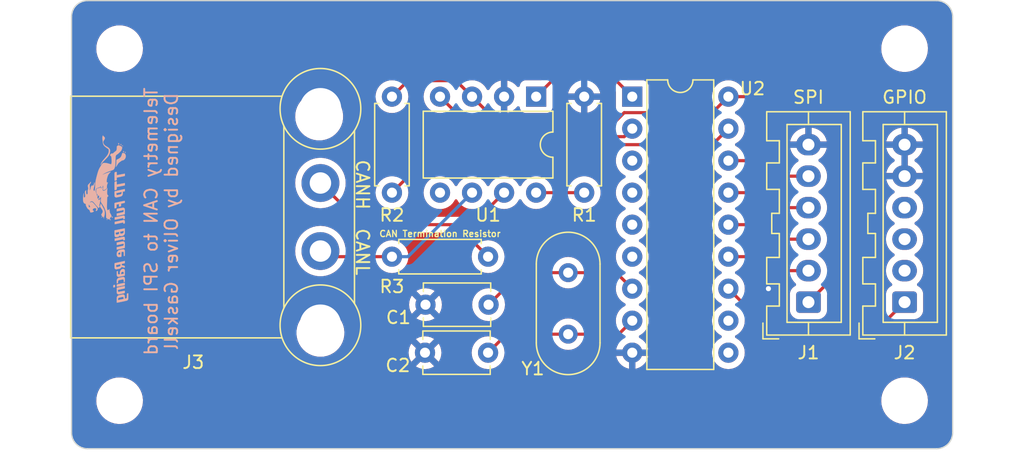
<source format=kicad_pcb>
(kicad_pcb (version 20221018) (generator pcbnew)
  (layers (0 "F.Cu" signal) (31 "B.Cu" signal) (34 "B.Paste" user) (35 "F.Paste" user) (36 "B.SilkS" user "B.Silkscreen") (37 "F.SilkS" user "F.Silkscreen") (38 "B.Mask" user) (39 "F.Mask" user) (44 "Edge.Cuts" user))
  (net 0 "")
  (net 1 "GND")
  (net 2 "Net-(U2-OSC2)")
  (net 3 "Net-(U2-OSC1)")
  (net 4 "+5V")
  (net 5 "/SPI_SCK")
  (net 6 "/SPI_MOSI")
  (net 7 "/SPI_MISO")
  (net 8 "/SPI_CS")
  (net 9 "/INT")
  (net 13 "/CANH")
  (net 14 "/CANL")
  (net 15 "Net-(U1-Rs)")
  (net 16 "Net-(U2-~{RESET})")
  (net 17 "Net-(U1-TXD)")
  (net 18 "Net-(U1-RXD)")
  (footprint "MountingHole:MountingHole_3.2mm_M3" (layer "F.Cu") (at 123.19 106.68)
    (fp_text reference "MNT4" hide)
    (fp_text value "MountingHole_3.2mm_M3")
    (pad "" np_thru_hole circle (at 0 0) (size 3.2 3.2) (drill 3.2) (layers "F&B.Cu" "*.Mask"))
  )
  (footprint "Resistor_THT:R_Axial_DIN0207_L6.3mm_D2.5mm_P7.62mm_Horizontal" (layer "F.Cu") (at 160.02 90.17 90)
    (fp_text reference "R1" (at -1.778 0 180) (layer "F.SilkS"))
    (fp_text value "20k")
    (pad "1" thru_hole circle (at 0 0 90) (size 1.6 1.6) (drill 0.8) (layers "*.Cu" "*.Mask") (net 15 "Net-(U1-Rs)"))
    (pad "2" thru_hole oval (at 7.62 0 90) (size 1.6 1.6) (drill 0.8) (layers "*.Cu" "*.Mask") (net 1 "GND"))
  )
  (footprint "Connector_JST:JST_XA_B06B-XASK-1_1x06_P2.50mm_Vertical" (layer "F.Cu") (at 177.8 98.86 90)
    (fp_text reference "J1" (at -4.01 0 180) (layer "F.SilkS"))
    (fp_text value "Conn_01x06")
    (pad "1" thru_hole roundrect (at 0 0 90) (size 1.7 1.95) (drill 0.95) (layers "*.Cu" "*.Mask") (roundrect_rratio 0.147059) (net 4 "+5V"))
    (pad "2" thru_hole oval (at 2.5 0 90) (size 1.7 1.95) (drill 0.95) (layers "*.Cu" "*.Mask") (net 5 "/SPI_SCK"))
    (pad "3" thru_hole oval (at 5 0 90) (size 1.7 1.95) (drill 0.95) (layers "*.Cu" "*.Mask") (net 6 "/SPI_MOSI"))
    (pad "4" thru_hole oval (at 7.5 0 90) (size 1.7 1.95) (drill 0.95) (layers "*.Cu" "*.Mask") (net 7 "/SPI_MISO"))
    (pad "5" thru_hole oval (at 10 0 90) (size 1.7 1.95) (drill 0.95) (layers "*.Cu" "*.Mask") (net 8 "/SPI_CS"))
    (pad "6" thru_hole oval (at 12.5 0 90) (size 1.7 1.95) (drill 0.95) (layers "*.Cu" "*.Mask") (net 1 "GND"))
  )
  (footprint "Resistor_THT:R_Axial_DIN0207_L6.3mm_D2.5mm_P7.62mm_Horizontal" (layer "F.Cu") (at 144.78 82.55 -90)
    (fp_text reference "R2" (at 9.398 0 -180) (layer "F.SilkS"))
    (fp_text value "10k")
    (pad "1" thru_hole circle (at 0 0 270) (size 1.6 1.6) (drill 0.8) (layers "*.Cu" "*.Mask") (net 4 "+5V"))
    (pad "2" thru_hole oval (at 7.62 0 270) (size 1.6 1.6) (drill 0.8) (layers "*.Cu" "*.Mask") (net 16 "Net-(U2-~{RESET})"))
  )
  (footprint "MountingHole:MountingHole_3.2mm_M3" (layer "F.Cu") (at 185.42 106.68)
    (fp_text reference "MNT1" hide)
    (fp_text value "MountingHole_3.2mm_M3")
    (pad "" np_thru_hole circle (at 0 0) (size 3.2 3.2) (drill 3.2) (layers "F&B.Cu" "*.Mask"))
  )
  (footprint "Package_DIP:DIP-8_W7.62mm" (layer "F.Cu") (at 156.21 82.55 -90)
    (fp_text reference "U1" (at 9.398 3.81 -180) (layer "F.SilkS"))
    (fp_text value "MCP2551-I-P")
    (pad "1" thru_hole rect (at 0 0 270) (size 1.6 1.6) (drill 0.8) (layers "*.Cu" "*.Mask") (net 17 "Net-(U1-TXD)"))
    (pad "2" thru_hole oval (at 0 2.54 270) (size 1.6 1.6) (drill 0.8) (layers "*.Cu" "*.Mask") (net 1 "GND"))
    (pad "3" thru_hole oval (at 0 5.08 270) (size 1.6 1.6) (drill 0.8) (layers "*.Cu" "*.Mask") (net 4 "+5V"))
    (pad "4" thru_hole oval (at 0 7.62 270) (size 1.6 1.6) (drill 0.8) (layers "*.Cu" "*.Mask") (net 18 "Net-(U1-RXD)"))
    (pad "5" thru_hole oval (at 7.62 7.62 270) (size 1.6 1.6) (drill 0.8) (layers "*.Cu" "*.Mask"))
    (pad "6" thru_hole oval (at 7.62 5.08 270) (size 1.6 1.6) (drill 0.8) (layers "*.Cu" "*.Mask") (net 14 "/CANL"))
    (pad "7" thru_hole oval (at 7.62 2.54 270) (size 1.6 1.6) (drill 0.8) (layers "*.Cu" "*.Mask") (net 13 "/CANH"))
    (pad "8" thru_hole oval (at 7.62 0 270) (size 1.6 1.6) (drill 0.8) (layers "*.Cu" "*.Mask") (net 15 "Net-(U1-Rs)"))
  )
  (footprint "CAN PCB Footprints:ATF13-2P-BM03" (layer "F.Cu") (at 139.11 89.405 -90)
    (fp_text reference "J3" (at 14.227 10.078 unlocked) (layer "F.SilkS"))
    (fp_text value "Conn_01x02")
    (pad "" np_thru_hole circle (at -5.89 0 270) (size 3.3 3.3) (drill 3.3) (layers "F&B.Cu" "*.Mask"))
    (pad "" np_thru_hole circle (at 11.29 0 270) (size 3.3 3.3) (drill 3.3) (layers "F&B.Cu" "*.Mask"))
    (pad "1" thru_hole circle (at 0 0 270) (size 3 3) (drill 1.7) (layers "*.Cu" "*.Mask") (net 13 "/CANH"))
    (pad "2" thru_hole circle (at 5.4 0 270) (size 3 3) (drill 1.7) (layers "*.Cu" "*.Mask") (net 14 "/CANL"))
  )
  (footprint "Crystal:Crystal_HC49-U_Vertical" (layer "F.Cu") (at 158.75 96.52 -90)
    (fp_text reference "Y1" (at 7.62 2.794 -180) (layer "F.SilkS"))
    (fp_text value "16M")
    (pad "1" thru_hole circle (at 0 0 270) (size 1.5 1.5) (drill 0.8) (layers "*.Cu" "*.Mask") (net 2 "Net-(U2-OSC2)"))
    (pad "2" thru_hole circle (at 4.88 0 270) (size 1.5 1.5) (drill 0.8) (layers "*.Cu" "*.Mask") (net 3 "Net-(U2-OSC1)"))
  )
  (footprint "Connector_JST:JST_XA_B06B-XASK-1_1x06_P2.50mm_Vertical" (layer "F.Cu") (at 185.42 98.86 90)
    (fp_text reference "J2" (at -4.01 0 180) (layer "F.SilkS"))
    (fp_text value "Conn_01x06")
    (pad "1" thru_hole roundrect (at 0 0 90) (size 1.7 1.95) (drill 0.95) (layers "*.Cu" "*.Mask") (roundrect_rratio 0.147059) (net 9 "/INT"))
    (pad "2" thru_hole oval (at 2.5 0 90) (size 1.7 1.95) (drill 0.95) (layers "*.Cu" "*.Mask"))
    (pad "3" thru_hole oval (at 5 0 90) (size 1.7 1.95) (drill 0.95) (layers "*.Cu" "*.Mask"))
    (pad "4" thru_hole oval (at 7.5 0 90) (size 1.7 1.95) (drill 0.95) (layers "*.Cu" "*.Mask"))
    (pad "5" thru_hole oval (at 10 0 90) (size 1.7 1.95) (drill 0.95) (layers "*.Cu" "*.Mask") (net 1 "GND"))
    (pad "6" thru_hole oval (at 12.5 0 90) (size 1.7 1.95) (drill 0.95) (layers "*.Cu" "*.Mask") (net 1 "GND"))
  )
  (footprint "MountingHole:MountingHole_3.2mm_M3" (layer "F.Cu") (at 123.19 78.74)
    (fp_text reference "MNT3" hide)
    (fp_text value "MountingHole_3.2mm_M3")
    (pad "" np_thru_hole circle (at 0 0) (size 3.2 3.2) (drill 3.2) (layers "*.Cu" "*.Mask"))
  )
  (footprint "Resistor_THT:R_Axial_DIN0207_L6.3mm_D2.5mm_P7.62mm_Horizontal" (layer "F.Cu") (at 152.4 95.25 180)
    (fp_text reference "R3" (at 7.62 -2.37) (layer "F.SilkS"))
    (fp_text value "120")
    (pad "1" thru_hole circle (at 0 0 180) (size 1.6 1.6) (drill 0.8) (layers "*.Cu" "*.Mask") (net 13 "/CANH"))
    (pad "2" thru_hole oval (at 7.62 0 180) (size 1.6 1.6) (drill 0.8) (layers "*.Cu" "*.Mask") (net 14 "/CANL"))
  )
  (footprint "Package_DIP:DIP-18_W7.62mm" (layer "F.Cu") (at 163.83 82.55)
    (fp_text reference "U2" (at 9.525 -0.635) (layer "F.SilkS"))
    (fp_text value "MCP2515-xSO")
    (pad "1" thru_hole rect (at 0 0) (size 1.6 1.6) (drill 0.8) (layers "*.Cu" "*.Mask") (net 17 "Net-(U1-TXD)"))
    (pad "2" thru_hole oval (at 0 2.54) (size 1.6 1.6) (drill 0.8) (layers "*.Cu" "*.Mask") (net 18 "Net-(U1-RXD)"))
    (pad "3" thru_hole oval (at 0 5.08) (size 1.6 1.6) (drill 0.8) (layers "*.Cu" "*.Mask"))
    (pad "4" thru_hole oval (at 0 7.62) (size 1.6 1.6) (drill 0.8) (layers "*.Cu" "*.Mask"))
    (pad "5" thru_hole oval (at 0 10.16) (size 1.6 1.6) (drill 0.8) (layers "*.Cu" "*.Mask"))
    (pad "6" thru_hole oval (at 0 12.7) (size 1.6 1.6) (drill 0.8) (layers "*.Cu" "*.Mask"))
    (pad "7" thru_hole oval (at 0 15.24) (size 1.6 1.6) (drill 0.8) (layers "*.Cu" "*.Mask") (net 2 "Net-(U2-OSC2)"))
    (pad "8" thru_hole oval (at 0 17.78) (size 1.6 1.6) (drill 0.8) (layers "*.Cu" "*.Mask") (net 3 "Net-(U2-OSC1)"))
    (pad "9" thru_hole oval (at 0 20.32) (size 1.6 1.6) (drill 0.8) (layers "*.Cu" "*.Mask") (net 1 "GND"))
    (pad "10" thru_hole oval (at 7.62 20.32) (size 1.6 1.6) (drill 0.8) (layers "*.Cu" "*.Mask"))
    (pad "11" thru_hole oval (at 7.62 17.78) (size 1.6 1.6) (drill 0.8) (layers "*.Cu" "*.Mask"))
    (pad "12" thru_hole oval (at 7.62 15.24) (size 1.6 1.6) (drill 0.8) (layers "*.Cu" "*.Mask") (net 9 "/INT"))
    (pad "13" thru_hole oval (at 7.62 12.7) (size 1.6 1.6) (drill 0.8) (layers "*.Cu" "*.Mask") (net 5 "/SPI_SCK"))
    (pad "14" thru_hole oval (at 7.62 10.16) (size 1.6 1.6) (drill 0.8) (layers "*.Cu" "*.Mask") (net 6 "/SPI_MOSI"))
    (pad "15" thru_hole oval (at 7.62 7.62) (size 1.6 1.6) (drill 0.8) (layers "*.Cu" "*.Mask") (net 7 "/SPI_MISO"))
    (pad "16" thru_hole oval (at 7.62 5.08) (size 1.6 1.6) (drill 0.8) (layers "*.Cu" "*.Mask") (net 8 "/SPI_CS"))
    (pad "17" thru_hole oval (at 7.62 2.54) (size 1.6 1.6) (drill 0.8) (layers "*.Cu" "*.Mask") (net 16 "Net-(U2-~{RESET})"))
    (pad "18" thru_hole oval (at 7.62 0) (size 1.6 1.6) (drill 0.8) (layers "*.Cu" "*.Mask") (net 4 "+5V"))
  )
  (footprint "MountingHole:MountingHole_3.2mm_M3" (layer "F.Cu") (at 185.42 78.74)
    (fp_text reference "MNT2" hide)
    (fp_text value "MountingHole_3.2mm_M")
    (pad "" np_thru_hole circle (at 0 0) (size 3.2 3.2) (drill 3.2) (layers "F&B.Cu" "*.Mask"))
  )
  (footprint "Capacitor_THT:C_Disc_D5.1mm_W3.2mm_P5.00mm" (layer "F.Cu") (at 147.44 99.06)
    (fp_text reference "C1" (at -2.152 1.016) (layer "F.SilkS"))
    (fp_text value "27p")
    (pad "1" thru_hole circle (at 0 0) (size 1.6 1.6) (drill 0.8) (layers "*.Cu" "*.Mask") (net 1 "GND"))
    (pad "2" thru_hole circle (at 5 0) (size 1.6 1.6) (drill 0.8) (layers "*.Cu" "*.Mask") (net 2 "Net-(U2-OSC2)"))
  )
  (footprint "Capacitor_THT:C_Disc_D5.1mm_W3.2mm_P5.00mm" (layer "F.Cu") (at 147.4 102.87)
    (fp_text reference "C2" (at -2.152 1.016) (layer "F.SilkS"))
    (fp_text value "27p")
    (pad "1" thru_hole circle (at 0 0) (size 1.6 1.6) (drill 0.8) (layers "*.Cu" "*.Mask") (net 1 "GND"))
    (pad "2" thru_hole circle (at 5 0) (size 1.6 1.6) (drill 0.8) (layers "*.Cu" "*.Mask") (net 3 "Net-(U2-OSC1)"))
  )
  (footprint "Additional Footprints:FBR_logo_for_PCB" (layer "B.Cu") (at 121.92 92.456 -90)
    (fp_text reference "G***" hide)
    (fp_text value "LOGO" hide)
  )
  (gr_line (start 187.96 74.93) (end 120.65 74.93) (stroke (width 0.1)) (layer "Edge.Cuts"))
  (gr_line (start 189.23 109.22) (end 189.23 76.2) (stroke (width 0.1)) (layer "Edge.Cuts"))
  (gr_line (start 119.38 76.2) (end 119.38 109.22) (stroke (width 0.1)) (layer "Edge.Cuts"))
  (gr_line (start 187.96 110.49) (end 120.65 110.49) (stroke (width 0.1)) (layer "Edge.Cuts"))
  (gr_arc (start 189.23 109.22) (mid 188.858026 110.118026) (end 187.96 110.49) (stroke (width 0.1)) (layer "Edge.Cuts"))
  (gr_arc (start 119.38 76.2) (mid 119.751974 75.301974) (end 120.65 74.93) (stroke (width 0.1)) (layer "Edge.Cuts"))
  (gr_arc (start 187.96 74.93) (mid 188.858026 75.301974) (end 189.23 76.2) (stroke (width 0.1)) (layer "Edge.Cuts"))
  (gr_arc (start 120.65 110.49) (mid 119.751974 110.118026) (end 119.38 109.22) (stroke (width 0.1)) (layer "Edge.Cuts"))
  (gr_text "Telemetry CAN to SPI board\nDesigned by Oliver Gaskell" (at 126.492 92.456 90) (layer "B.SilkS") (effects (font (size 1 1)) (justify mirror)))
  (gr_text "CANL" (at 141.859 94.869 270) (layer "F.SilkS") (effects (font (size 1 1)) (justify bottom)))
  (gr_text "SPI" (at 177.8 83.185) (layer "F.SilkS") (effects (font (size 1 1)) (justify bottom)))
  (gr_text "CAN Termination Resistor" (at 148.59 93.726) (layer "F.SilkS") (effects (font (size 0.5 0.5) (thickness 0.1) bold) (justify bottom)))
  (gr_text "CANH" (at 141.859 89.535 -90) (layer "F.SilkS") (effects (font (size 1 1)) (justify bottom)))
  (gr_text "GPIO" (at 185.42 83.185) (layer "F.SilkS") (effects (font (size 1 1)) (justify bottom)))
  (via (at 174.625 97.79) (size 0.8) (drill 0.4) (layers "F.Cu" "B.Cu") (net 1))
  (segment (start 158.75 96.52) (end 154.98 96.52) (width 0.25) (layer "F.Cu") (net 2))
  (segment (start 154.98 96.52) (end 152.44 99.06) (width 0.25) (layer "F.Cu") (net 2))
  (segment (start 158.75 96.52) (end 162.56 96.52) (width 0.25) (layer "F.Cu") (net 2))
  (segment (start 162.56 96.52) (end 163.83 97.79) (width 0.25) (layer "F.Cu") (net 2))
  (segment (start 162.76 101.4) (end 163.83 100.33) (width 0.25) (layer "F.Cu") (net 3))
  (segment (start 158.75 101.4) (end 153.87 101.4) (width 0.25) (layer "F.Cu") (net 3))
  (segment (start 153.87 101.4) (end 152.4 102.87) (width 0.25) (layer "F.Cu") (net 3))
  (segment (start 158.75 101.4) (end 162.76 101.4) (width 0.25) (layer "F.Cu") (net 3))
  (segment (start 170.18 83.82) (end 171.45 82.55) (width 0.25) (layer "F.Cu") (net 4))
  (segment (start 153.67 85.09) (end 161.925 85.09) (width 0.25) (layer "F.Cu") (net 4))
  (segment (start 171.45 82.55) (end 177.8 82.55) (width 0.25) (layer "F.Cu") (net 4))
  (segment (start 181.61 86.36) (end 181.61 95.05) (width 0.25) (layer "F.Cu") (net 4))
  (segment (start 177.8 82.55) (end 181.61 86.36) (width 0.25) (layer "F.Cu") (net 4))
  (segment (start 161.925 85.09) (end 163.195 83.82) (width 0.25) (layer "F.Cu") (net 4))
  (segment (start 146.05 81.28) (end 149.86 81.28) (width 0.25) (layer "F.Cu") (net 4))
  (segment (start 181.61 95.05) (end 177.8 98.86) (width 0.25) (layer "F.Cu") (net 4))
  (segment (start 151.13 82.55) (end 153.67 85.09) (width 0.25) (layer "F.Cu") (net 4))
  (segment (start 144.78 82.55) (end 146.05 81.28) (width 0.25) (layer "F.Cu") (net 4))
  (segment (start 149.86 81.28) (end 151.13 82.55) (width 0.25) (layer "F.Cu") (net 4))
  (segment (start 163.195 83.82) (end 170.18 83.82) (width 0.25) (layer "F.Cu") (net 4))
  (segment (start 175.735 96.36) (end 174.625 95.25) (width 0.25) (layer "F.Cu") (net 5))
  (segment (start 174.625 95.25) (end 171.45 95.25) (width 0.25) (layer "F.Cu") (net 5))
  (segment (start 177.8 96.36) (end 175.735 96.36) (width 0.25) (layer "F.Cu") (net 5))
  (segment (start 174.625 92.71) (end 171.45 92.71) (width 0.25) (layer "F.Cu") (net 6))
  (segment (start 177.8 93.86) (end 175.775 93.86) (width 0.25) (layer "F.Cu") (net 6))
  (segment (start 175.775 93.86) (end 174.625 92.71) (width 0.25) (layer "F.Cu") (net 6))
  (segment (start 174.625 90.17) (end 175.815 91.36) (width 0.25) (layer "F.Cu") (net 7))
  (segment (start 175.815 91.36) (end 177.8 91.36) (width 0.25) (layer "F.Cu") (net 7))
  (segment (start 171.45 90.17) (end 174.625 90.17) (width 0.25) (layer "F.Cu") (net 7))
  (segment (start 175.855 88.86) (end 174.625 87.63) (width 0.25) (layer "F.Cu") (net 8))
  (segment (start 174.625 87.63) (end 171.45 87.63) (width 0.25) (layer "F.Cu") (net 8))
  (segment (start 177.8 88.86) (end 175.855 88.86) (width 0.25) (layer "F.Cu") (net 8))
  (segment (start 174.625 100.965) (end 183.315 100.965) (width 0.25) (layer "F.Cu") (net 9))
  (segment (start 171.45 97.79) (end 174.625 100.965) (width 0.25) (layer "F.Cu") (net 9))
  (segment (start 183.315 100.965) (end 185.42 98.86) (width 0.25) (layer "F.Cu") (net 9))
  (segment (start 142.415 92.71) (end 149.86 92.71) (width 0.25) (layer "F.Cu") (net 13))
  (segment (start 149.86 92.71) (end 151.13 92.71) (width 0.25) (layer "F.Cu") (net 13))
  (segment (start 151.13 92.71) (end 153.67 90.17) (width 0.25) (layer "F.Cu") (net 13))
  (segment (start 139.11 89.405) (end 142.415 92.71) (width 0.25) (layer "F.Cu") (net 13))
  (segment (start 149.86 92.71) (end 152.4 95.25) (width 0.25) (layer "F.Cu") (net 13))
  (segment (start 139.555 95.25) (end 139.11 94.805) (width 0.25) (layer "F.Cu") (net 14))
  (segment (start 144.78 95.25) (end 139.555 95.25) (width 0.25) (layer "F.Cu") (net 14))
  (segment (start 146.05 95.25) (end 144.78 95.25) (width 0.25) (layer "B.Cu") (net 14))
  (segment (start 151.13 90.17) (end 146.05 95.25) (width 0.25) (layer "B.Cu") (net 14))
  (segment (start 156.21 90.17) (end 160.02 90.17) (width 0.25) (layer "F.Cu") (net 15))
  (segment (start 144.78 90.17) (end 148.59 86.36) (width 0.25) (layer "F.Cu") (net 16))
  (segment (start 148.59 86.36) (end 170.18 86.36) (width 0.25) (layer "F.Cu") (net 16))
  (segment (start 170.18 86.36) (end 171.45 85.09) (width 0.25) (layer "F.Cu") (net 16))
  (segment (start 161.925 80.645) (end 163.83 82.55) (width 0.25) (layer "F.Cu") (net 17))
  (segment (start 156.21 82.55) (end 158.115 80.645) (width 0.25) (layer "F.Cu") (net 17))
  (segment (start 158.115 80.645) (end 161.925 80.645) (width 0.25) (layer "F.Cu") (net 17))
  (segment (start 151.765 85.725) (end 163.195 85.725) (width 0.25) (layer "F.Cu") (net 18))
  (segment (start 163.195 85.725) (end 163.83 85.09) (width 0.25) (layer "F.Cu") (net 18))
  (segment (start 148.59 82.55) (end 151.765 85.725) (width 0.25) (layer "F.Cu") (net 18))
  (zone (net 1) (net_name "GND") (layers "F&B.Cu") (connect_pads (clearance 0.5)) (min_thickness 0.25) (fill yes (thermal_gap 0.5) (thermal_bridge_width 0.5) (island_removal_mode 2) (island_area_min 10))
    (polygon (pts (xy 119.38 74.93) (xy 189.23 74.93) (xy 189.23 110.49) (xy 119.38 110.49)))
  )
)
</source>
